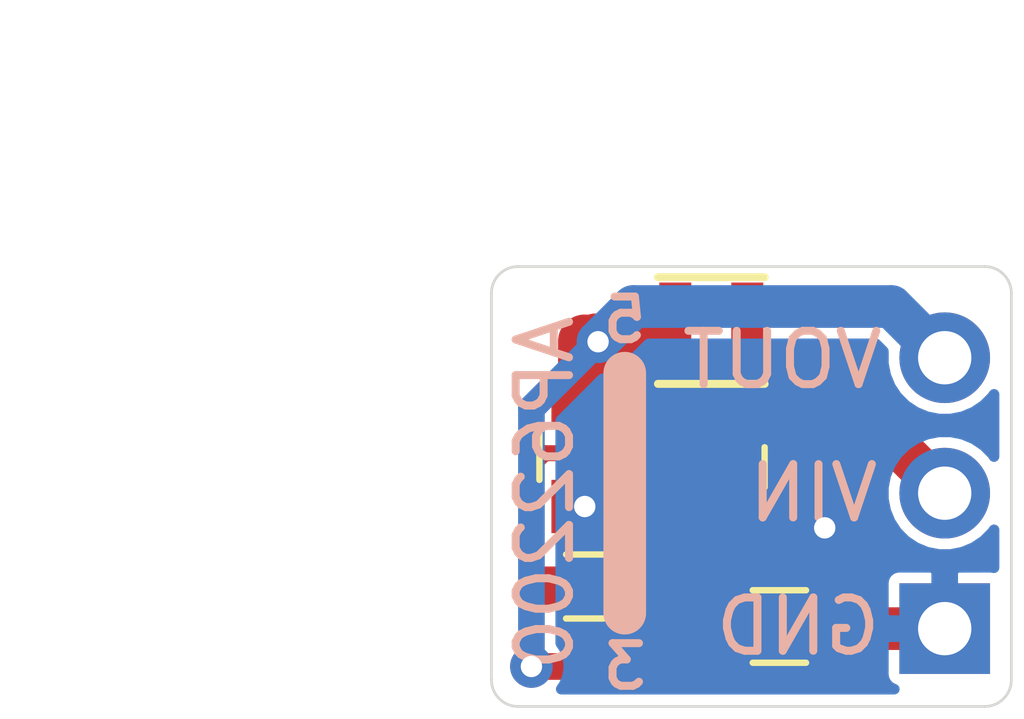
<source format=kicad_pcb>
(kicad_pcb (version 20171130) (host pcbnew "(5.1.5)-3")

  (general
    (thickness 0.8)
    (drawings 17)
    (tracks 52)
    (zones 0)
    (modules 8)
    (nets 8)
  )

  (page A4)
  (layers
    (0 F.Cu signal)
    (31 B.Cu signal)
    (32 B.Adhes user)
    (33 F.Adhes user)
    (34 B.Paste user)
    (35 F.Paste user)
    (36 B.SilkS user)
    (37 F.SilkS user)
    (38 B.Mask user)
    (39 F.Mask user)
    (40 Dwgs.User user)
    (41 Cmts.User user)
    (42 Eco1.User user)
    (43 Eco2.User user)
    (44 Edge.Cuts user)
    (45 Margin user)
    (46 B.CrtYd user)
    (47 F.CrtYd user)
    (48 B.Fab user hide)
    (49 F.Fab user hide)
  )

  (setup
    (last_trace_width 0.8)
    (user_trace_width 0.3)
    (user_trace_width 0.5)
    (user_trace_width 0.8)
    (user_trace_width 1)
    (user_trace_width 2)
    (user_trace_width 3)
    (trace_clearance 0.2)
    (zone_clearance 0.2)
    (zone_45_only no)
    (trace_min 0.2)
    (via_size 0.8)
    (via_drill 0.4)
    (via_min_size 0.4)
    (via_min_drill 0.3)
    (uvia_size 0.3)
    (uvia_drill 0.1)
    (uvias_allowed no)
    (uvia_min_size 0.2)
    (uvia_min_drill 0.1)
    (edge_width 0.05)
    (segment_width 0.2)
    (pcb_text_width 0.3)
    (pcb_text_size 1.5 1.5)
    (mod_edge_width 0.12)
    (mod_text_size 1 1)
    (mod_text_width 0.15)
    (pad_size 0.67 0.3)
    (pad_drill 0)
    (pad_to_mask_clearance 0.051)
    (solder_mask_min_width 0.051)
    (aux_axis_origin 0 0)
    (visible_elements 7FFFFF7F)
    (pcbplotparams
      (layerselection 0x010fc_ffffffff)
      (usegerberextensions false)
      (usegerberattributes false)
      (usegerberadvancedattributes false)
      (creategerberjobfile false)
      (excludeedgelayer true)
      (linewidth 0.100000)
      (plotframeref false)
      (viasonmask false)
      (mode 1)
      (useauxorigin false)
      (hpglpennumber 1)
      (hpglpenspeed 20)
      (hpglpendiameter 15.000000)
      (psnegative false)
      (psa4output false)
      (plotreference true)
      (plotvalue true)
      (plotinvisibletext false)
      (padsonsilk false)
      (subtractmaskfromsilk false)
      (outputformat 1)
      (mirror false)
      (drillshape 0)
      (scaleselection 1)
      (outputdirectory "Gerber"))
  )

  (net 0 "")
  (net 1 GND)
  (net 2 +12V)
  (net 3 VCC)
  (net 4 "Net-(C5-Pad2)")
  (net 5 "Net-(C5-Pad1)")
  (net 6 "Net-(R2-Pad1)")
  (net 7 "Net-(U1-Pad5)")

  (net_class Default "This is the default net class."
    (clearance 0.2)
    (trace_width 0.25)
    (via_dia 0.8)
    (via_drill 0.4)
    (uvia_dia 0.3)
    (uvia_drill 0.1)
    (add_net +12V)
    (add_net GND)
    (add_net "Net-(C5-Pad1)")
    (add_net "Net-(C5-Pad2)")
    (add_net "Net-(R2-Pad1)")
    (add_net "Net-(U1-Pad5)")
    (add_net VCC)
  )

  (module Resistors_SMD:R_0603 (layer F.Cu) (tedit 5FC545CA) (tstamp 5F8C51B8)
    (at 133.34 110 180)
    (descr "Resistor SMD 0603, reflow soldering, Vishay (see dcrcw.pdf)")
    (tags "resistor 0603")
    (path /5EB17F4A)
    (attr smd)
    (fp_text reference R2 (at 0 -1.45 180) (layer F.SilkS) hide
      (effects (font (size 1 1) (thickness 0.15)))
    )
    (fp_text value 36K (at 0 1.5 180) (layer F.Fab)
      (effects (font (size 1 1) (thickness 0.15)))
    )
    (fp_text user %R (at 0 0 180) (layer F.Fab)
      (effects (font (size 0.4 0.4) (thickness 0.075)))
    )
    (fp_line (start -0.8 0.4) (end -0.8 -0.4) (layer F.Fab) (width 0.1))
    (fp_line (start 0.8 0.4) (end -0.8 0.4) (layer F.Fab) (width 0.1))
    (fp_line (start 0.8 -0.4) (end 0.8 0.4) (layer F.Fab) (width 0.1))
    (fp_line (start -0.8 -0.4) (end 0.8 -0.4) (layer F.Fab) (width 0.1))
    (fp_line (start -1.25 -0.7) (end 1.25 -0.7) (layer F.CrtYd) (width 0.05))
    (fp_line (start -1.25 -0.7) (end -1.25 0.7) (layer F.CrtYd) (width 0.05))
    (fp_line (start 1.25 0.7) (end 1.25 -0.7) (layer F.CrtYd) (width 0.05))
    (fp_line (start 1.25 0.7) (end -1.25 0.7) (layer F.CrtYd) (width 0.05))
    (pad 1 smd rect (at -0.75 0 180) (size 0.5 0.9) (layers F.Cu F.Paste F.Mask)
      (net 6 "Net-(R2-Pad1)"))
    (pad 2 smd rect (at 0.75 0 180) (size 0.5 0.9) (layers F.Cu F.Paste F.Mask)
      (net 3 VCC))
    (model ${KISYS3DMOD}/Resistors_SMD.3dshapes/R_0603.wrl
      (at (xyz 0 0 0))
      (scale (xyz 1 1 1))
      (rotate (xyz 0 0 0))
    )
  )

  (module KiCadCustomLibs:SOT-563 (layer F.Cu) (tedit 5FC545AA) (tstamp 5F8C523E)
    (at 135.123 106.939 270)
    (descr SOT563)
    (tags SOT-563)
    (path /5EB10FB3)
    (attr smd)
    (fp_text reference U1 (at 0 -1.7 90) (layer F.SilkS) hide
      (effects (font (size 1 1) (thickness 0.15)))
    )
    (fp_text value AP62200 (at 0 1.75 90) (layer F.Fab)
      (effects (font (size 1 1) (thickness 0.15)))
    )
    (fp_text user %R (at 0 0) (layer F.Fab)
      (effects (font (size 0.4 0.4) (thickness 0.0625)))
    )
    (fp_line (start -0.65 -0.5) (end -0.3 -0.85) (layer F.Fab) (width 0.1))
    (fp_line (start -1.05 -1) (end -0.3 -1) (layer F.SilkS) (width 0.12))
    (fp_line (start -0.65 -0.5) (end -0.65 0.85) (layer F.Fab) (width 0.1))
    (fp_line (start -0.65 0.85) (end 0.65 0.85) (layer F.Fab) (width 0.1))
    (fp_line (start 0.65 0.85) (end 0.65 -0.85) (layer F.Fab) (width 0.1))
    (fp_line (start 0.65 -0.85) (end -0.3 -0.85) (layer F.Fab) (width 0.1))
    (fp_line (start -1.18 -1.1) (end 1.18 -1.1) (layer F.CrtYd) (width 0.05))
    (fp_line (start -1.18 -1.1) (end -1.18 1.1) (layer F.CrtYd) (width 0.05))
    (fp_line (start 1.18 1.1) (end 1.18 -1.1) (layer F.CrtYd) (width 0.05))
    (fp_line (start 1.18 1.1) (end -1.18 1.1) (layer F.CrtYd) (width 0.05))
    (pad 5 smd rect (at 0.74 0 270) (size 0.67 0.3) (layers F.Cu F.Paste F.Mask)
      (net 7 "Net-(U1-Pad5)"))
    (pad 1 smd rect (at -0.74 -0.5 270) (size 0.67 0.3) (layers F.Cu F.Paste F.Mask)
      (net 2 +12V))
    (pad 3 smd rect (at -0.74 0.5 270) (size 0.67 0.3) (layers F.Cu F.Paste F.Mask)
      (net 1 GND))
    (pad 6 smd rect (at 0.74 -0.5 270) (size 0.67 0.3) (layers F.Cu F.Paste F.Mask)
      (net 6 "Net-(R2-Pad1)"))
    (pad 2 smd rect (at -0.74 0 270) (size 0.67 0.3) (layers F.Cu F.Paste F.Mask)
      (net 5 "Net-(C5-Pad1)"))
    (pad 4 smd rect (at 0.74 0.5 270) (size 0.67 0.3) (layers F.Cu F.Paste F.Mask)
      (net 4 "Net-(C5-Pad2)"))
    (model ${KISYS3DMOD}/TO_SOT_Packages_SMD.3dshapes/SOT-553.wrl
      (at (xyz 0 0 0))
      (scale (xyz 1 1 1))
      (rotate (xyz 0 0 0))
    )
  )

  (module Capacitors_SMD:C_0805 (layer F.Cu) (tedit 5FC5458C) (tstamp 5F8C505C)
    (at 137.25 106.4 270)
    (descr "Capacitor SMD 0805, reflow soldering, AVX (see smccp.pdf)")
    (tags "capacitor 0805")
    (path /5EB1146C)
    (attr smd)
    (fp_text reference C2 (at 0 -1.5 270) (layer F.SilkS) hide
      (effects (font (size 1 1) (thickness 0.15)))
    )
    (fp_text value 10uF (at 0 1.75 270) (layer F.Fab)
      (effects (font (size 1 1) (thickness 0.15)))
    )
    (fp_text user %R (at 0 -1.5 270) (layer F.Fab)
      (effects (font (size 1 1) (thickness 0.15)))
    )
    (fp_line (start -1 0.62) (end -1 -0.62) (layer F.Fab) (width 0.1))
    (fp_line (start 1 0.62) (end -1 0.62) (layer F.Fab) (width 0.1))
    (fp_line (start 1 -0.62) (end 1 0.62) (layer F.Fab) (width 0.1))
    (fp_line (start -1 -0.62) (end 1 -0.62) (layer F.Fab) (width 0.1))
    (fp_line (start -1.75 -0.88) (end 1.75 -0.88) (layer F.CrtYd) (width 0.05))
    (fp_line (start -1.75 -0.88) (end -1.75 0.87) (layer F.CrtYd) (width 0.05))
    (fp_line (start 1.75 0.87) (end 1.75 -0.88) (layer F.CrtYd) (width 0.05))
    (fp_line (start 1.75 0.87) (end -1.75 0.87) (layer F.CrtYd) (width 0.05))
    (pad 1 smd rect (at -1 0 270) (size 1 1.25) (layers F.Cu F.Paste F.Mask)
      (net 2 +12V))
    (pad 2 smd rect (at 1 0 270) (size 1 1.25) (layers F.Cu F.Paste F.Mask)
      (net 1 GND))
    (model Capacitors_SMD.3dshapes/C_0805.wrl
      (at (xyz 0 0 0))
      (scale (xyz 1 1 1))
      (rotate (xyz 0 0 0))
    )
  )

  (module Pin_Headers:Pin_Header_Angled_1x03_Pitch2.54mm (layer B.Cu) (tedit 5FC53D8C) (tstamp 5FC540D6)
    (at 139.5 109.29)
    (descr "Through hole angled pin header, 1x03, 2.54mm pitch, 6mm pin length, single row")
    (tags "Through hole angled pin header THT 1x03 2.54mm single row")
    (path /5FC652EE)
    (fp_text reference J1 (at 4.385 2.27) (layer B.SilkS) hide
      (effects (font (size 1 1) (thickness 0.15)) (justify mirror))
    )
    (fp_text value C (at 4.385 -7.35) (layer B.Fab)
      (effects (font (size 1 1) (thickness 0.15)) (justify mirror))
    )
    (fp_line (start -0.32 0.32) (end -0.32 -0.32) (layer B.Fab) (width 0.1))
    (fp_line (start -0.32 -2.22) (end -0.32 -2.86) (layer B.Fab) (width 0.1))
    (fp_line (start -0.32 -4.76) (end -0.32 -5.4) (layer B.Fab) (width 0.1))
    (pad 1 thru_hole rect (at 0 0) (size 1.7 1.7) (drill 1) (layers *.Cu *.Mask)
      (net 1 GND))
    (pad 2 thru_hole oval (at 0 -2.54) (size 1.7 1.7) (drill 1) (layers *.Cu *.Mask)
      (net 2 +12V))
    (pad 3 thru_hole oval (at 0 -5.08) (size 1.7 1.7) (drill 1) (layers *.Cu *.Mask)
      (net 3 VCC))
    (model ${KISYS3DMOD}/Pin_Headers.3dshapes/Pin_Header_Angled_1x03_Pitch2.54mm.wrl
      (at (xyz 0 0 0))
      (scale (xyz 1 1 1))
      (rotate (xyz 0 0 0))
    )
  )

  (module Resistors_SMD:R_0603 (layer F.Cu) (tedit 58E0A804) (tstamp 5F8C51BB)
    (at 136.4 109.25 180)
    (descr "Resistor SMD 0603, reflow soldering, Vishay (see dcrcw.pdf)")
    (tags "resistor 0603")
    (path /5EB18468)
    (attr smd)
    (fp_text reference R3 (at 0 -1.45) (layer F.SilkS) hide
      (effects (font (size 1 1) (thickness 0.15)))
    )
    (fp_text value 10K (at 0 1.5) (layer F.Fab)
      (effects (font (size 1 1) (thickness 0.15)))
    )
    (fp_text user %R (at 0 0) (layer F.Fab)
      (effects (font (size 0.4 0.4) (thickness 0.075)))
    )
    (fp_line (start -0.8 0.4) (end -0.8 -0.4) (layer F.Fab) (width 0.1))
    (fp_line (start 0.8 0.4) (end -0.8 0.4) (layer F.Fab) (width 0.1))
    (fp_line (start 0.8 -0.4) (end 0.8 0.4) (layer F.Fab) (width 0.1))
    (fp_line (start -0.8 -0.4) (end 0.8 -0.4) (layer F.Fab) (width 0.1))
    (fp_line (start 0.5 0.68) (end -0.5 0.68) (layer F.SilkS) (width 0.12))
    (fp_line (start -0.5 -0.68) (end 0.5 -0.68) (layer F.SilkS) (width 0.12))
    (fp_line (start -1.25 -0.7) (end 1.25 -0.7) (layer F.CrtYd) (width 0.05))
    (fp_line (start -1.25 -0.7) (end -1.25 0.7) (layer F.CrtYd) (width 0.05))
    (fp_line (start 1.25 0.7) (end 1.25 -0.7) (layer F.CrtYd) (width 0.05))
    (fp_line (start 1.25 0.7) (end -1.25 0.7) (layer F.CrtYd) (width 0.05))
    (pad 1 smd rect (at -0.75 0 180) (size 0.5 0.9) (layers F.Cu F.Paste F.Mask)
      (net 1 GND))
    (pad 2 smd rect (at 0.75 0 180) (size 0.5 0.9) (layers F.Cu F.Paste F.Mask)
      (net 6 "Net-(R2-Pad1)"))
    (model ${KISYS3DMOD}/Resistors_SMD.3dshapes/R_0603.wrl
      (at (xyz 0 0 0))
      (scale (xyz 1 1 1))
      (rotate (xyz 0 0 0))
    )
  )

  (module KiCadCustomLibs:XFL2006-inductor (layer F.Cu) (tedit 5EA72B8E) (tstamp 5F8C515A)
    (at 135.123 103.7 180)
    (path /5F82AEF9)
    (fp_text reference L1 (at 0 5) (layer F.SilkS) hide
      (effects (font (size 1 1) (thickness 0.15)))
    )
    (fp_text value 4u7 (at 0 -5) (layer F.Fab)
      (effects (font (size 1 1) (thickness 0.15)))
    )
    (fp_line (start 1 -1) (end -1 -1) (layer F.SilkS) (width 0.15))
    (fp_line (start -1 1) (end 1 1) (layer F.SilkS) (width 0.15))
    (pad 2 smd rect (at 0.675 0 180) (size 0.6 1.8) (layers F.Cu F.Paste F.Mask)
      (net 3 VCC))
    (pad 1 smd rect (at -0.675 0 180) (size 0.6 1.8) (layers F.Cu F.Paste F.Mask)
      (net 5 "Net-(C5-Pad1)"))
  )

  (module Capacitors_SMD:C_0805 (layer F.Cu) (tedit 58AA8463) (tstamp 5F8C5068)
    (at 132.75 106 270)
    (descr "Capacitor SMD 0805, reflow soldering, AVX (see smccp.pdf)")
    (tags "capacitor 0805")
    (path /5EB1700A)
    (attr smd)
    (fp_text reference C6 (at 0 -1.5 90) (layer F.SilkS) hide
      (effects (font (size 1 1) (thickness 0.15)))
    )
    (fp_text value 47uF (at 0 1.75 90) (layer F.Fab)
      (effects (font (size 1 1) (thickness 0.15)))
    )
    (fp_text user %R (at 0 -1.5 90) (layer F.Fab)
      (effects (font (size 1 1) (thickness 0.15)))
    )
    (fp_line (start -1 0.62) (end -1 -0.62) (layer F.Fab) (width 0.1))
    (fp_line (start 1 0.62) (end -1 0.62) (layer F.Fab) (width 0.1))
    (fp_line (start 1 -0.62) (end 1 0.62) (layer F.Fab) (width 0.1))
    (fp_line (start -1 -0.62) (end 1 -0.62) (layer F.Fab) (width 0.1))
    (fp_line (start 0.5 -0.85) (end -0.5 -0.85) (layer F.SilkS) (width 0.12))
    (fp_line (start -0.5 0.85) (end 0.5 0.85) (layer F.SilkS) (width 0.12))
    (fp_line (start -1.75 -0.88) (end 1.75 -0.88) (layer F.CrtYd) (width 0.05))
    (fp_line (start -1.75 -0.88) (end -1.75 0.87) (layer F.CrtYd) (width 0.05))
    (fp_line (start 1.75 0.87) (end 1.75 -0.88) (layer F.CrtYd) (width 0.05))
    (fp_line (start 1.75 0.87) (end -1.75 0.87) (layer F.CrtYd) (width 0.05))
    (pad 1 smd rect (at -1 0 270) (size 1 1.25) (layers F.Cu F.Paste F.Mask)
      (net 3 VCC))
    (pad 2 smd rect (at 1 0 270) (size 1 1.25) (layers F.Cu F.Paste F.Mask)
      (net 1 GND))
    (model Capacitors_SMD.3dshapes/C_0805.wrl
      (at (xyz 0 0 0))
      (scale (xyz 1 1 1))
      (rotate (xyz 0 0 0))
    )
  )

  (module Capacitors_SMD:C_0603 (layer F.Cu) (tedit 59958EE7) (tstamp 5F8C5065)
    (at 132.75 108.5)
    (descr "Capacitor SMD 0603, reflow soldering, AVX (see smccp.pdf)")
    (tags "capacitor 0603")
    (path /5EB175B8)
    (attr smd)
    (fp_text reference C5 (at 0 -1.5) (layer F.SilkS) hide
      (effects (font (size 1 1) (thickness 0.15)))
    )
    (fp_text value 100n (at 0 1.5) (layer F.Fab)
      (effects (font (size 1 1) (thickness 0.15)))
    )
    (fp_line (start 1.4 0.65) (end -1.4 0.65) (layer F.CrtYd) (width 0.05))
    (fp_line (start 1.4 0.65) (end 1.4 -0.65) (layer F.CrtYd) (width 0.05))
    (fp_line (start -1.4 -0.65) (end -1.4 0.65) (layer F.CrtYd) (width 0.05))
    (fp_line (start -1.4 -0.65) (end 1.4 -0.65) (layer F.CrtYd) (width 0.05))
    (fp_line (start 0.35 0.6) (end -0.35 0.6) (layer F.SilkS) (width 0.12))
    (fp_line (start -0.35 -0.6) (end 0.35 -0.6) (layer F.SilkS) (width 0.12))
    (fp_line (start -0.8 -0.4) (end 0.8 -0.4) (layer F.Fab) (width 0.1))
    (fp_line (start 0.8 -0.4) (end 0.8 0.4) (layer F.Fab) (width 0.1))
    (fp_line (start 0.8 0.4) (end -0.8 0.4) (layer F.Fab) (width 0.1))
    (fp_line (start -0.8 0.4) (end -0.8 -0.4) (layer F.Fab) (width 0.1))
    (fp_text user %R (at 0 0) (layer F.Fab)
      (effects (font (size 0.3 0.3) (thickness 0.075)))
    )
    (pad 2 smd rect (at 0.75 0) (size 0.8 0.75) (layers F.Cu F.Paste F.Mask)
      (net 4 "Net-(C5-Pad2)"))
    (pad 1 smd rect (at -0.75 0) (size 0.8 0.75) (layers F.Cu F.Paste F.Mask)
      (net 5 "Net-(C5-Pad1)"))
    (model Capacitors_SMD.3dshapes/C_0603.wrl
      (at (xyz 0 0 0))
      (scale (xyz 1 1 1))
      (rotate (xyz 0 0 0))
    )
  )

  (gr_text AP62200 (at 132 106.75 90) (layer B.SilkS)
    (effects (font (size 1 1) (thickness 0.15)) (justify mirror))
  )
  (gr_line (start 133.5 109) (end 133.5 104.5) (layer B.SilkS) (width 0.8))
  (gr_text 3 (at 133.5 110) (layer B.SilkS) (tstamp 5FC54A92)
    (effects (font (size 0.8 0.8) (thickness 0.15)) (justify mirror))
  )
  (gr_text 5 (at 133.5 103.5) (layer B.SilkS)
    (effects (font (size 0.8 0.8) (thickness 0.15)) (justify mirror))
  )
  (gr_text VOUT (at 134.5 104.25) (layer B.SilkS) (tstamp 5FC54A6A)
    (effects (font (size 1 1) (thickness 0.15)) (justify right mirror))
  )
  (gr_text VIN (at 135.75 106.75) (layer B.SilkS) (tstamp 5FC54A58)
    (effects (font (size 1 1) (thickness 0.15)) (justify right mirror))
  )
  (gr_text GND (at 136.75 109.25) (layer B.SilkS)
    (effects (font (size 1 1) (thickness 0.15)) (justify mirror))
  )
  (gr_arc (start 140.25 103) (end 140.75 103) (angle -90) (layer Edge.Cuts) (width 0.05))
  (gr_arc (start 140.25 110.25) (end 140.25 110.75) (angle -90) (layer Edge.Cuts) (width 0.05))
  (gr_arc (start 131.5 110.25) (end 131 110.25) (angle -90) (layer Edge.Cuts) (width 0.05))
  (gr_arc (start 131.5 103) (end 131.5 102.5) (angle -90) (layer Edge.Cuts) (width 0.05))
  (dimension 8.25 (width 0.15) (layer Dwgs.User)
    (gr_text "8.250 mm" (at 125.45 106.625 270) (layer Dwgs.User)
      (effects (font (size 1 1) (thickness 0.15)))
    )
    (feature1 (pts (xy 131 110.75) (xy 126.163579 110.75)))
    (feature2 (pts (xy 131 102.5) (xy 126.163579 102.5)))
    (crossbar (pts (xy 126.75 102.5) (xy 126.75 110.75)))
    (arrow1a (pts (xy 126.75 110.75) (xy 126.163579 109.623496)))
    (arrow1b (pts (xy 126.75 110.75) (xy 127.336421 109.623496)))
    (arrow2a (pts (xy 126.75 102.5) (xy 126.163579 103.626504)))
    (arrow2b (pts (xy 126.75 102.5) (xy 127.336421 103.626504)))
  )
  (dimension 9.75 (width 0.15) (layer Dwgs.User)
    (gr_text "9.750 mm" (at 135.875 98.2) (layer Dwgs.User)
      (effects (font (size 1 1) (thickness 0.15)))
    )
    (feature1 (pts (xy 140.75 102.5) (xy 140.75 98.913579)))
    (feature2 (pts (xy 131 102.5) (xy 131 98.913579)))
    (crossbar (pts (xy 131 99.5) (xy 140.75 99.5)))
    (arrow1a (pts (xy 140.75 99.5) (xy 139.623496 100.086421)))
    (arrow1b (pts (xy 140.75 99.5) (xy 139.623496 98.913579)))
    (arrow2a (pts (xy 131 99.5) (xy 132.126504 100.086421)))
    (arrow2b (pts (xy 131 99.5) (xy 132.126504 98.913579)))
  )
  (gr_line (start 140.75 110.25) (end 140.75 103) (layer Edge.Cuts) (width 0.05))
  (gr_line (start 131.5 110.75) (end 140.25 110.75) (layer Edge.Cuts) (width 0.05) (tstamp 5FC546E1))
  (gr_line (start 131 103) (end 131 110.25) (layer Edge.Cuts) (width 0.05))
  (gr_line (start 140.25 102.5) (end 131.5 102.5) (layer Edge.Cuts) (width 0.05))

  (segment (start 137.25 107.4) (end 137.25 107.4) (width 0.5) (layer F.Cu) (net 1))
  (segment (start 136.51 107.4) (end 136.04 106.93) (width 0.3) (layer F.Cu) (net 1))
  (segment (start 134.623 106.907) (end 134.6 106.93) (width 0.3) (layer F.Cu) (net 1))
  (segment (start 134.623 106.199) (end 134.623 106.907) (width 0.3) (layer F.Cu) (net 1))
  (segment (start 136.04 106.93) (end 134.6 106.93) (width 0.3) (layer F.Cu) (net 1))
  (segment (start 137.25 107.4) (end 136.51 107.4) (width 0.5) (layer F.Cu) (net 1) (tstamp 5F8E8C38))
  (segment (start 137.25 107.4) (end 137.25 107.4) (width 0.5) (layer F.Cu) (net 1) (tstamp 5FB3DC00))
  (via (at 137.25 107.4) (size 0.8) (drill 0.4) (layers F.Cu B.Cu) (net 1))
  (segment (start 137.25 107.4) (end 137.25 108.25) (width 0.3) (layer F.Cu) (net 1))
  (segment (start 137.15 108.35) (end 137.15 109.25) (width 0.3) (layer F.Cu) (net 1))
  (segment (start 137.25 108.25) (end 137.15 108.35) (width 0.3) (layer F.Cu) (net 1))
  (segment (start 133.32 106.93) (end 134.6 106.93) (width 0.3) (layer F.Cu) (net 1))
  (via (at 132.75 107) (size 0.8) (drill 0.4) (layers F.Cu B.Cu) (net 1))
  (segment (start 132.75 107) (end 133.32 106.93) (width 0.3) (layer F.Cu) (net 1))
  (segment (start 139.5 109.29) (end 137.79 109.29) (width 0.8) (layer F.Cu) (net 1))
  (segment (start 137.25 108.75) (end 137.25 107.4) (width 0.8) (layer F.Cu) (net 1))
  (segment (start 137.79 109.29) (end 137.25 108.75) (width 0.8) (layer F.Cu) (net 1))
  (segment (start 137.25 105.4) (end 136.76 105.4) (width 0.25) (layer F.Cu) (net 2))
  (segment (start 135.961 106.199) (end 135.623 106.199) (width 0.25) (layer F.Cu) (net 2))
  (segment (start 137 105.4) (end 135.75 106.199) (width 0.5) (layer F.Cu) (net 2))
  (segment (start 138.15 105.4) (end 137.25 105.4) (width 0.8) (layer F.Cu) (net 2))
  (segment (start 139.5 106.75) (end 138.15 105.4) (width 0.8) (layer F.Cu) (net 2))
  (via (at 133 103.91) (size 0.8) (drill 0.4) (layers F.Cu B.Cu) (net 3) (tstamp 5F8DB884))
  (segment (start 132.75 105) (end 132.75 103.9) (width 1) (layer F.Cu) (net 3))
  (segment (start 132.97 103.88) (end 132.75 104.1) (width 1) (layer F.Cu) (net 3))
  (segment (start 134.09 103.88) (end 132.97 103.88) (width 1) (layer F.Cu) (net 3))
  (segment (start 133 103.91) (end 132.75 105) (width 1) (layer F.Cu) (net 3))
  (segment (start 132.75 105) (end 134.09 103.88) (width 1) (layer F.Cu) (net 3))
  (segment (start 131.75 110) (end 131.75 105.16) (width 0.5) (layer B.Cu) (net 3) (status 1000000))
  (segment (start 131.75 110) (end 132.59 110) (width 0.5) (layer F.Cu) (net 3) (status 1000000))
  (segment (start 131.75 105.16) (end 133 103.91) (width 0.5) (layer B.Cu) (net 3) (status 1000000))
  (via (at 131.75 110) (size 0.8) (drill 0.4) (layers F.Cu B.Cu) (net 3) (status 1000000))
  (segment (start 138.5 103.25) (end 133.66 103.25) (width 0.8) (layer B.Cu) (net 3))
  (segment (start 133.66 103.25) (end 133 103.91) (width 0.8) (layer B.Cu) (net 3))
  (segment (start 139.5 104.21) (end 139.46 104.21) (width 0.8) (layer B.Cu) (net 3))
  (segment (start 139.46 104.21) (end 138.5 103.25) (width 0.8) (layer B.Cu) (net 3))
  (segment (start 134.321 107.679) (end 134.623 107.679) (width 0.25) (layer F.Cu) (net 4))
  (segment (start 133.5 108.5) (end 134.321 107.679) (width 0.25) (layer F.Cu) (net 4))
  (segment (start 135.123 105.563) (end 135.123 106.199) (width 0.3) (layer F.Cu) (net 5))
  (segment (start 135.13 105.18) (end 135.123 105.563) (width 0.3) (layer F.Cu) (net 5))
  (segment (start 135.13 105.18) (end 135.57 105.18) (width 0.5) (layer F.Cu) (net 5))
  (segment (start 135.798 104.952) (end 135.798 103.7) (width 0.5) (layer F.Cu) (net 5))
  (segment (start 135.57 105.18) (end 135.798 104.952) (width 0.5) (layer F.Cu) (net 5))
  (segment (start 131.75 108) (end 131.99 108.51) (width 0.3) (layer F.Cu) (net 5))
  (segment (start 134.32 105.18) (end 133.5 106) (width 0.3) (layer F.Cu) (net 5))
  (segment (start 135.13 105.18) (end 134.32 105.18) (width 0.3) (layer F.Cu) (net 5))
  (segment (start 133.5 106) (end 132 106) (width 0.3) (layer F.Cu) (net 5))
  (segment (start 132 106) (end 131.75 106.25) (width 0.3) (layer F.Cu) (net 5))
  (segment (start 131.75 106.25) (end 131.75 108) (width 0.3) (layer F.Cu) (net 5))
  (segment (start 134.75 110) (end 134.09 110) (width 0.5) (layer F.Cu) (net 6))
  (segment (start 135.623 107.679) (end 135.623 109.127) (width 0.25) (layer F.Cu) (net 6))
  (segment (start 135.623 109.127) (end 134.75 110) (width 0.5) (layer F.Cu) (net 6))

  (zone (net 1) (net_name GND) (layer B.Cu) (tstamp 0) (hatch edge 0.508)
    (connect_pads (clearance 0.2))
    (min_thickness 0.2)
    (fill yes (arc_segments 32) (thermal_gap 0.2) (thermal_bridge_width 0.5))
    (polygon
      (pts
        (xy 140.75 111) (xy 130.75 111) (xy 130.75 102.25) (xy 141 102.25)
      )
    )
    (filled_polygon
      (pts
        (xy 138.351126 104.091075) (xy 138.35 104.096735) (xy 138.35 104.323265) (xy 138.394194 104.545443) (xy 138.480884 104.754729)
        (xy 138.606737 104.943082) (xy 138.766918 105.103263) (xy 138.955271 105.229116) (xy 139.164557 105.315806) (xy 139.386735 105.36)
        (xy 139.613265 105.36) (xy 139.835443 105.315806) (xy 140.044729 105.229116) (xy 140.233082 105.103263) (xy 140.393263 104.943082)
        (xy 140.425001 104.895583) (xy 140.425001 106.064417) (xy 140.393263 106.016918) (xy 140.233082 105.856737) (xy 140.044729 105.730884)
        (xy 139.835443 105.644194) (xy 139.613265 105.6) (xy 139.386735 105.6) (xy 139.164557 105.644194) (xy 138.955271 105.730884)
        (xy 138.766918 105.856737) (xy 138.606737 106.016918) (xy 138.480884 106.205271) (xy 138.394194 106.414557) (xy 138.35 106.636735)
        (xy 138.35 106.863265) (xy 138.394194 107.085443) (xy 138.480884 107.294729) (xy 138.606737 107.483082) (xy 138.766918 107.643263)
        (xy 138.955271 107.769116) (xy 139.164557 107.855806) (xy 139.386735 107.9) (xy 139.613265 107.9) (xy 139.835443 107.855806)
        (xy 140.044729 107.769116) (xy 140.233082 107.643263) (xy 140.393263 107.483082) (xy 140.425 107.435583) (xy 140.425 108.149251)
        (xy 140.40881 108.14434) (xy 140.35 108.138548) (xy 139.725 108.14) (xy 139.65 108.215) (xy 139.65 109.14)
        (xy 139.67 109.14) (xy 139.67 109.44) (xy 139.65 109.44) (xy 139.65 109.46) (xy 139.35 109.46)
        (xy 139.35 109.44) (xy 138.425 109.44) (xy 138.35 109.515) (xy 138.348548 110.14) (xy 138.35434 110.19881)
        (xy 138.371495 110.255361) (xy 138.399352 110.307478) (xy 138.436841 110.353159) (xy 138.482522 110.390648) (xy 138.534639 110.418505)
        (xy 138.55605 110.425) (xy 132.307907 110.425) (xy 132.370332 110.331574) (xy 132.423099 110.204182) (xy 132.45 110.068944)
        (xy 132.45 109.931056) (xy 132.423099 109.795818) (xy 132.370332 109.668426) (xy 132.3 109.563166) (xy 132.3 108.44)
        (xy 138.348548 108.44) (xy 138.35 109.065) (xy 138.425 109.14) (xy 139.35 109.14) (xy 139.35 108.215)
        (xy 139.275 108.14) (xy 138.65 108.138548) (xy 138.59119 108.14434) (xy 138.534639 108.161495) (xy 138.482522 108.189352)
        (xy 138.436841 108.226841) (xy 138.399352 108.272522) (xy 138.371495 108.324639) (xy 138.35434 108.38119) (xy 138.348548 108.44)
        (xy 132.3 108.44) (xy 132.3 105.387817) (xy 133.080021 104.607797) (xy 133.102839 104.603258) (xy 133.137223 104.599871)
        (xy 133.170288 104.589841) (xy 133.204182 104.583099) (xy 133.236105 104.569876) (xy 133.269174 104.559845) (xy 133.299651 104.543555)
        (xy 133.331574 104.530332) (xy 133.360305 104.511135) (xy 133.390781 104.494845) (xy 133.41749 104.472925) (xy 133.446224 104.453726)
        (xy 133.543726 104.356224) (xy 133.543728 104.356221) (xy 133.94995 103.95) (xy 138.210051 103.95)
      )
    )
  )
)

</source>
